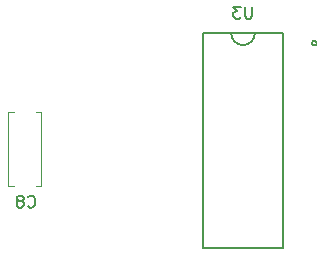
<source format=gbo>
G04 #@! TF.GenerationSoftware,KiCad,Pcbnew,(5.1.9)-1*
G04 #@! TF.CreationDate,2021-05-29T13:56:15+09:00*
G04 #@! TF.ProjectId,green_pomp4,67726565-6e5f-4706-9f6d-70342e6b6963,rev?*
G04 #@! TF.SameCoordinates,Original*
G04 #@! TF.FileFunction,Legend,Bot*
G04 #@! TF.FilePolarity,Positive*
%FSLAX46Y46*%
G04 Gerber Fmt 4.6, Leading zero omitted, Abs format (unit mm)*
G04 Created by KiCad (PCBNEW (5.1.9)-1) date 2021-05-29 13:56:15*
%MOMM*%
%LPD*%
G01*
G04 APERTURE LIST*
%ADD10C,0.120000*%
%ADD11C,0.150000*%
G04 APERTURE END LIST*
D10*
G04 #@! TO.C,C8*
X57177000Y-75707000D02*
X57177000Y-81947000D01*
X59917000Y-75707000D02*
X59917000Y-81947000D01*
X57177000Y-75707000D02*
X57622000Y-75707000D01*
X59472000Y-75707000D02*
X59917000Y-75707000D01*
X57177000Y-81947000D02*
X57622000Y-81947000D01*
X59472000Y-81947000D02*
X59917000Y-81947000D01*
D11*
G04 #@! TO.C,U3*
X80399000Y-69015000D02*
X73669000Y-69015000D01*
X73669000Y-69015000D02*
X73669000Y-87195000D01*
X73669000Y-87195000D02*
X80399000Y-87195000D01*
X80399000Y-87195000D02*
X80399000Y-69015000D01*
X83269000Y-69850000D02*
G75*
G03*
X83269000Y-69850000I-200000J0D01*
G01*
X77034000Y-70015000D02*
G75*
G02*
X76034000Y-69015000I0J1000000D01*
G01*
X78034000Y-69015000D02*
G75*
G02*
X77034000Y-70015000I-1000000J0D01*
G01*
G04 #@! TO.C,C8*
X58840666Y-83669142D02*
X58888285Y-83716761D01*
X59031142Y-83764380D01*
X59126380Y-83764380D01*
X59269238Y-83716761D01*
X59364476Y-83621523D01*
X59412095Y-83526285D01*
X59459714Y-83335809D01*
X59459714Y-83192952D01*
X59412095Y-83002476D01*
X59364476Y-82907238D01*
X59269238Y-82812000D01*
X59126380Y-82764380D01*
X59031142Y-82764380D01*
X58888285Y-82812000D01*
X58840666Y-82859619D01*
X58269238Y-83192952D02*
X58364476Y-83145333D01*
X58412095Y-83097714D01*
X58459714Y-83002476D01*
X58459714Y-82954857D01*
X58412095Y-82859619D01*
X58364476Y-82812000D01*
X58269238Y-82764380D01*
X58078761Y-82764380D01*
X57983523Y-82812000D01*
X57935904Y-82859619D01*
X57888285Y-82954857D01*
X57888285Y-83002476D01*
X57935904Y-83097714D01*
X57983523Y-83145333D01*
X58078761Y-83192952D01*
X58269238Y-83192952D01*
X58364476Y-83240571D01*
X58412095Y-83288190D01*
X58459714Y-83383428D01*
X58459714Y-83573904D01*
X58412095Y-83669142D01*
X58364476Y-83716761D01*
X58269238Y-83764380D01*
X58078761Y-83764380D01*
X57983523Y-83716761D01*
X57935904Y-83669142D01*
X57888285Y-83573904D01*
X57888285Y-83383428D01*
X57935904Y-83288190D01*
X57983523Y-83240571D01*
X58078761Y-83192952D01*
G04 #@! TO.C,U3*
X77795904Y-66762380D02*
X77795904Y-67571904D01*
X77748285Y-67667142D01*
X77700666Y-67714761D01*
X77605428Y-67762380D01*
X77414952Y-67762380D01*
X77319714Y-67714761D01*
X77272095Y-67667142D01*
X77224476Y-67571904D01*
X77224476Y-66762380D01*
X76843523Y-66762380D02*
X76224476Y-66762380D01*
X76557809Y-67143333D01*
X76414952Y-67143333D01*
X76319714Y-67190952D01*
X76272095Y-67238571D01*
X76224476Y-67333809D01*
X76224476Y-67571904D01*
X76272095Y-67667142D01*
X76319714Y-67714761D01*
X76414952Y-67762380D01*
X76700666Y-67762380D01*
X76795904Y-67714761D01*
X76843523Y-67667142D01*
G04 #@! TD*
M02*

</source>
